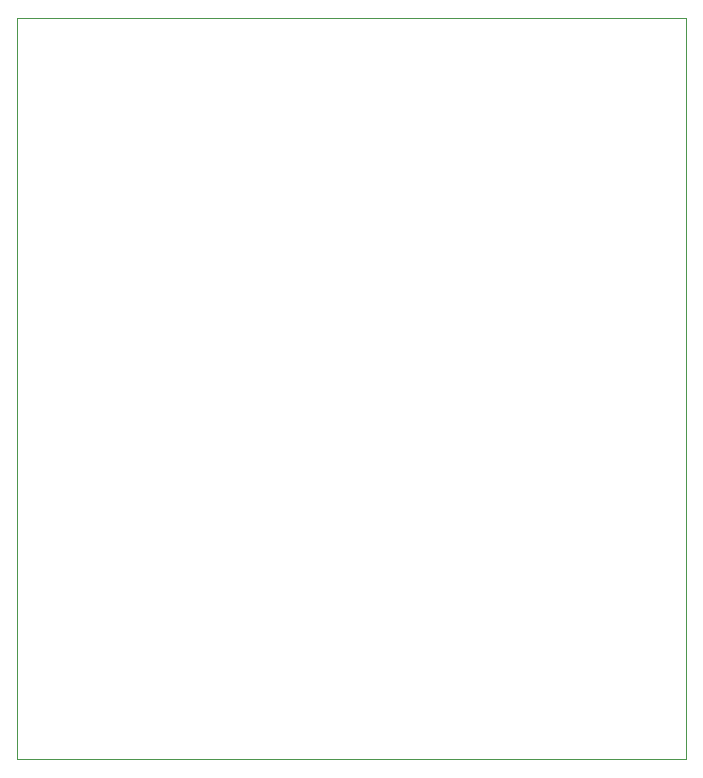
<source format=gm1>
%TF.GenerationSoftware,KiCad,Pcbnew,(6.0.4)*%
%TF.CreationDate,2022-04-18T09:54:31-07:00*%
%TF.ProjectId,stm32f091_project_condensed_v02,73746d33-3266-4303-9931-5f70726f6a65,v01*%
%TF.SameCoordinates,Original*%
%TF.FileFunction,Profile,NP*%
%FSLAX46Y46*%
G04 Gerber Fmt 4.6, Leading zero omitted, Abs format (unit mm)*
G04 Created by KiCad (PCBNEW (6.0.4)) date 2022-04-18 09:54:31*
%MOMM*%
%LPD*%
G01*
G04 APERTURE LIST*
%TA.AperFunction,Profile*%
%ADD10C,0.050000*%
%TD*%
G04 APERTURE END LIST*
D10*
X87901620Y-143942760D02*
X144543620Y-143942760D01*
X144543620Y-143942760D02*
X144543620Y-81204760D01*
X144543620Y-81204760D02*
X87901620Y-81204760D01*
X87901620Y-81204760D02*
X87901620Y-143942760D01*
M02*

</source>
